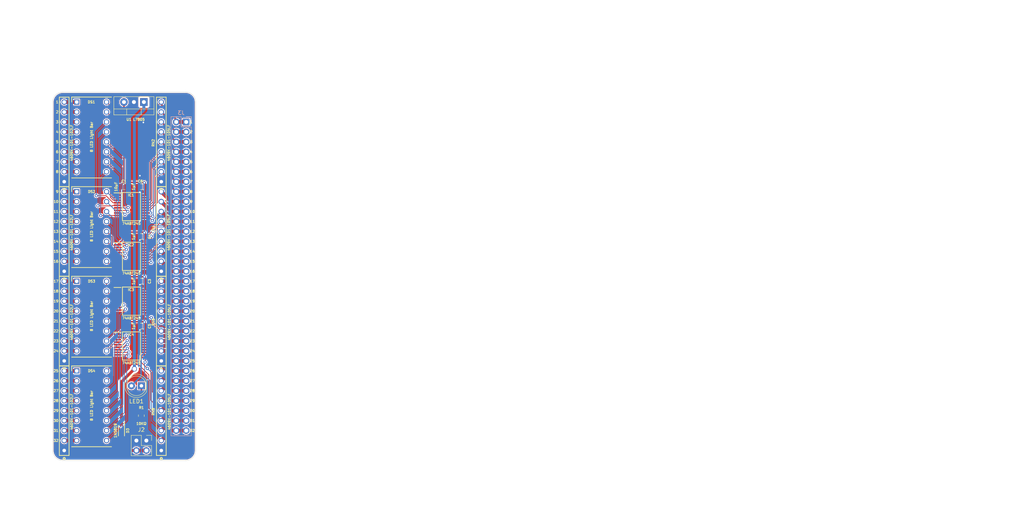
<source format=kicad_pcb>
(kicad_pcb (version 20221018) (generator pcbnew)
  (title_block (title "Signal Tester Right") (date "2024-01-28") (rev "V0"))
  (layers (0 "F.Cu" signal) (31 "B.Cu" signal) (36 "B.SilkS" user "B.Silkscreen") (37 "F.SilkS" user "F.Silkscreen") (38 "B.Mask" user) (39 "F.Mask" user) (44 "Edge.Cuts" user))
  (net 0 "")
  (net 1 "/5V")
  (net 2 "/GND")
  (net 3 "Net-(LED1-K)")
  (net 4 "Net-(DS1-ANODE_A)")
  (net 5 "Net-(DS1-ANODE_B)")
  (net 6 "Net-(DS1-ANODE_C)")
  (net 7 "Net-(DS1-ANODE_D)")
  (net 8 "Net-(DS1-ANODE_E)")
  (net 9 "Net-(DS1-ANODE_F)")
  (net 10 "Net-(DS1-ANODE_G)")
  (net 11 "Net-(DS1-ANODE_H)")
  (net 12 "Net-(DS1-CATHODE_H)")
  (net 13 "Net-(DS1-CATHODE_G)")
  (net 14 "Net-(DS1-CATHODE_F)")
  (net 15 "Net-(DS1-CATHODE_E)")
  (net 16 "Net-(DS1-CATHODE_D)")
  (net 17 "Net-(DS1-CATHODE_C)")
  (net 18 "Net-(DS1-CATHODE_B)")
  (net 19 "Net-(DS1-CATHODE_A)")
  (net 20 "Net-(DS2-ANODE_A)")
  (net 21 "Net-(DS2-ANODE_B)")
  (net 22 "Net-(DS2-ANODE_C)")
  (net 23 "Net-(DS2-ANODE_D)")
  (net 24 "Net-(DS2-ANODE_E)")
  (net 25 "Net-(DS2-ANODE_F)")
  (net 26 "Net-(DS2-ANODE_G)")
  (net 27 "Net-(DS2-ANODE_H)")
  (net 28 "Net-(DS2-CATHODE_H)")
  (net 29 "Net-(DS2-CATHODE_G)")
  (net 30 "Net-(DS2-CATHODE_F)")
  (net 31 "Net-(DS2-CATHODE_E)")
  (net 32 "Net-(DS2-CATHODE_D)")
  (net 33 "Net-(DS2-CATHODE_C)")
  (net 34 "Net-(DS2-CATHODE_B)")
  (net 35 "Net-(DS2-CATHODE_A)")
  (net 36 "Net-(DS3-ANODE_A)")
  (net 37 "Net-(DS3-ANODE_B)")
  (net 38 "Net-(DS3-ANODE_C)")
  (net 39 "Net-(DS3-ANODE_D)")
  (net 40 "Net-(DS3-ANODE_E)")
  (net 41 "Net-(DS3-ANODE_F)")
  (net 42 "Net-(DS3-ANODE_G)")
  (net 43 "Net-(DS3-ANODE_H)")
  (net 44 "Net-(DS3-CATHODE_H)")
  (net 45 "Net-(DS3-CATHODE_G)")
  (net 46 "Net-(DS3-CATHODE_F)")
  (net 47 "Net-(DS3-CATHODE_E)")
  (net 48 "Net-(DS3-CATHODE_D)")
  (net 49 "Net-(DS3-CATHODE_C)")
  (net 50 "Net-(DS3-CATHODE_B)")
  (net 51 "Net-(DS3-CATHODE_A)")
  (net 52 "Net-(DS4-ANODE_A)")
  (net 53 "Net-(DS4-ANODE_B)")
  (net 54 "Net-(DS4-ANODE_C)")
  (net 55 "Net-(DS4-ANODE_D)")
  (net 56 "Net-(DS4-ANODE_E)")
  (net 57 "Net-(DS4-ANODE_F)")
  (net 58 "Net-(DS4-ANODE_G)")
  (net 59 "Net-(DS4-ANODE_H)")
  (net 60 "Net-(DS4-CATHODE_H)")
  (net 61 "Net-(DS4-CATHODE_G)")
  (net 62 "Net-(DS4-CATHODE_F)")
  (net 63 "Net-(DS4-CATHODE_E)")
  (net 64 "Net-(DS4-CATHODE_D)")
  (net 65 "Net-(DS4-CATHODE_C)")
  (net 66 "Net-(DS4-CATHODE_B)")
  (net 67 "Net-(DS4-CATHODE_A)")
  (net 68 "/D0")
  (net 69 "/D1")
  (net 70 "/D2")
  (net 71 "/D3")
  (net 72 "/D4")
  (net 73 "/D5")
  (net 74 "/D6")
  (net 75 "/D7")
  (net 76 "/D8")
  (net 77 "/D9")
  (net 78 "/D10")
  (net 79 "/D11")
  (net 80 "/D12")
  (net 81 "/D13")
  (net 82 "/D14")
  (net 83 "/D15")
  (net 84 "/D16")
  (net 85 "/D17")
  (net 86 "/D18")
  (net 87 "/D19")
  (net 88 "/D20")
  (net 89 "/D21")
  (net 90 "/D22")
  (net 91 "/D23")
  (net 92 "/D24")
  (net 93 "/D25")
  (net 94 "/D26")
  (net 95 "/D27")
  (net 96 "/D28")
  (net 97 "/D29")
  (net 98 "/D30")
  (net 99 "/D31")
  (net 100 "Net-(J2-Pin_3)")
  (net 101 "/12V Forward")
  (footprint "SamacSys_Parts:SOP65P780X200-20N" (layer "F.Cu") (at 47.625 87.63)
    (fp_text reference "IC2")
    (fp_text value "SN74ABT245BDBR" hide)
  )
  (footprint "SamacSys_Parts:R_0805" (layer "F.Cu") (at 50.165 128.27)
    (fp_text reference "R1")
    (fp_text value "10KΩ")
  )
  (footprint "SamacSys_Parts:C_0805" (layer "F.Cu") (at 50.165 105.41 -90)
    (fp_text reference "C5")
    (fp_text value "1μF")
  )
  (footprint "SamacSys_Parts:DIP8LEDBAR" (layer "F.Cu") (at 33.655 71.12)
    (fp_text reference "DS2")
    (fp_text value "8 LED Light Bar")
  )
  (footprint "SamacSys_Parts:TO-220-3_Vertical" (layer "F.Cu") (at 50.8 48.26 180)
    (fp_text reference "U1")
    (fp_text value "L7805")
  )
  (footprint "SamacSys_Parts:4609X" (layer "F.Cu") (at 55.245 127 90)
    (fp_text reference "RN8")
    (fp_text value "4609X-101-105LF")
  )
  (footprint "SamacSys_Parts:SOP65P780X200-20N" (layer "F.Cu") (at 47.625 74.93)
    (fp_text reference "IC1")
    (fp_text value "SN74ABT245BDBR" hide)
  )
  (footprint "SamacSys_Parts:4609X" (layer "F.Cu") (at 30.48 104.14 90)
    (fp_text reference "RN5" hide)
    (fp_text value "4609X-101-102LF")
  )
  (footprint "SamacSys_Parts:SOD3716X145N" (layer "F.Cu") (at 45.085 132.08 -90)
    (fp_text reference "D3")
    (fp_text value "1N5819HW-7-F" hide)
  )
  (footprint "SamacSys_Parts:4609X" (layer "F.Cu") (at 30.48 58.42 90)
    (fp_text reference "RN1" hide)
    (fp_text value "4609X-101-102LF")
  )
  (footprint "SamacSys_Parts:DIP8LEDBAR" (layer "F.Cu") (at 33.655 93.98)
    (fp_text reference "DS3")
    (fp_text value "8 LED Light Bar")
  )
  (footprint "SamacSys_Parts:C_0805" (layer "F.Cu") (at 50.165 69.85 -90)
    (fp_text reference "C6")
    (fp_text value "1μF")
  )
  (footprint "Connector_PinSocket_2.54mm:PinSocket_2x02_P2.54mm_Vertical" (layer "F.Cu") (at 51.435 134.62)
    (fp_text reference "J2")
    (fp_text value "Conn_02x02_Odd_Even")
  )
  (footprint "SamacSys_Parts:SOP65P780X200-20N" (layer "F.Cu") (at 47.625 99.06)
    (fp_text reference "IC3")
    (fp_text value "SN74ABT245BDBR" hide)
  )
  (footprint "SamacSys_Parts:SOP65P780X200-20N" (layer "F.Cu") (at 47.625 110.49)
    (fp_text reference "IC4")
    (fp_text value "SN74ABT245BDBR" hide)
  )
  (footprint "SamacSys_Parts:C_0805" (layer "F.Cu") (at 50.165 93.98 -90)
    (fp_text reference "C3")
    (fp_text value "1μF")
  )
  (footprint "SamacSys_Parts:DIP8LEDBAR" (layer "F.Cu") (at 33.655 116.84)
    (fp_text reference "DS4")
    (fp_text value "8 LED Light Bar")
  )
  (footprint "SamacSys_Parts:C_0805" (layer "F.Cu") (at 50.165 82.55 -90)
    (fp_text reference "C4")
    (fp_text value "1μF")
  )
  (footprint "SamacSys_Parts:DIP8LEDBAR" (layer "F.Cu") (at 33.655 48.26)
    (fp_text reference "DS1")
    (fp_text value "8 LED Light Bar")
  )
  (footprint "SamacSys_Parts:4609X" (layer "F.Cu") (at 55.245 81.28 90)
    (fp_text reference "RN4")
    (fp_text value "4609X-101-105LF")
  )
  (footprint "SamacSys_Parts:4609X" (layer "F.Cu") (at 55.245 58.42 90)
    (fp_text reference "RN2")
    (fp_text value "4609X-101-105LF")
  )
  (footprint "LED_THT:LED_D5.0mm" (layer "F.Cu") (at 50.17 120.65 180)
    (fp_text reference "LED1")
    (fp_text value "LED_Small_Filled")
  )
  (footprint "SamacSys_Parts:4609X" (layer "F.Cu") (at 30.48 81.28 90)
    (fp_text reference "RN3" hide)
    (fp_text value "4609X-101-102LF")
  )
  (footprint "SamacSys_Parts:4609X" (layer "F.Cu") (at 30.48 127 90)
    (fp_text reference "RN7" hide)
    (fp_text value "4609X-101-102LF")
  )
  (footprint "SamacSys_Parts:4609X" (layer "F.Cu") (at 55.245 104.139999 90)
    (fp_text reference "RN6")
    (fp_text value "4609X-101-105LF")
  )
  (footprint "SamacSys_Parts:C_0805" (layer "F.Cu") (at 45.72 69.85 -90)
    (fp_text reference "C1")
    (fp_text value "10µF")
  )
  (footprint "Connector_PinHeader_2.54mm:PinHeader_2x32_P2.54mm_Vertical" (layer "B.Cu") (at 61.595 53.34 180)
    (fp_text reference "J3")
    (fp_text value "Conn_02x32_Odd_Even")
  )
  (gr_arc (start 30.099 139.7) (mid 28.302949 138.956051) (end 27.559 137.16) (stroke (width 0.1)) (layer "Edge.Cuts"))
  (gr_arc (start 64.008 137.16) (mid 63.264054 138.956069) (end 61.468 139.7) (stroke (width 0.1)) (layer "Edge.Cuts"))
  (gr_arc (start 61.468 45.72) (mid 63.26402 46.463966) (end 64.008 48.26) (stroke (width 0.1)) (layer "Edge.Cuts"))
  (gr_arc (start 27.559 48.26) (mid 28.302949 46.463949) (end 30.099 45.72) (stroke (width 0.1)) (layer "Edge.Cuts"))
  (gr_line (start 61.468 45.72) (end 30.099 45.72) (stroke (width 0.1)) (layer "Edge.Cuts"))
  (gr_line (start 27.559 48.26) (end 27.559 137.16) (stroke (width 0.1)) (layer "Edge.Cuts"))
  (gr_line (start 61.468 139.7) (end 30.099 139.7) (stroke (width 0.1)) (layer "Edge.Cuts"))
  (gr_line (start 64.008 48.26) (end 64.008 137.16) (stroke (width 0.1)) (layer "Edge.Cuts"))
  (gr_text "24" (at 62.484 111.76) (layer "F.SilkS") (effects (font (size 0.635 0.635)) (justify left)))
  (gr_text "17" (at 29.083 93.98) (layer "F.SilkS") (effects (font (size 0.635 0.635)) (justify right)))
  (gr_text "20" (at 62.484 101.6) (layer "F.SilkS") (effects (font (size 0.635 0.635)) (justify left)))
  (gr_text "1" (at 62.484 53.34) (layer "F.SilkS") (effects (font (size 0.635 0.635)) (justify left)))
  (gr_text "8" (at 62.484 71.12) (layer "F.SilkS") (effects (font (size 0.635 0.635)) (justify left)))
  (gr_text "15" (at 29.083 86.36) (layer "F.SilkS") (effects (font (size 0.635 0.635)) (justify right)))
  (gr_text "16" (at 62.484 91.44) (layer "F.SilkS") (effects (font (size 0.635 0.635)) (justify left)))
  (gr_text "3" (at 62.484 58.42) (layer "F.SilkS") (effects (font (size 0.635 0.635)) (justify left)))
  (gr_text "32" (at 62.484 132.08) (layer "F.SilkS") (effects (font (size 0.635 0.635)) (justify left)))
  (gr_text "21" (at 62.484 104.14) (layer "F.SilkS") (effects (font (size 0.635 0.635)) (justify left)))
  (gr_text "7" (at 29.083 63.5) (layer "F.SilkS") (effects (font (size 0.635 0.635)) (justify right)))
  (gr_text "31" (at 29.083 132.08) (layer "F.SilkS") (effects (font (size 0.635 0.635)) (justify right)))
  (gr_text "24" (at 29.083 111.76) (layer "F.SilkS") (effects (font (size 0.635 0.635)) (justify right)))
  (gr_text "11" (at 62.484 78.74) (layer "F.SilkS") (effects (font (size 0.635 0.635)) (justify left)))
  (gr_text "2" (at 62.484 55.88) (layer "F.SilkS") (effects (font (size 0.635 0.635)) (justify left)))
  (gr_text "26" (at 29.083 119.38) (layer "F.SilkS") (effects (font (size 0.635 0.635)) (justify right)))
  (gr_text "15" (at 62.484 88.9) (layer "F.SilkS") (effects (font (size 0.635 0.635)) (justify left)))
  (gr_text "12" (at 62.484 81.28) (layer "F.SilkS") (effects (font (size 0.635 0.635)) (justify left)))
  (gr_text "23" (at 29.083 109.22) (layer "F.SilkS") (effects (font (size 0.635 0.635)) (justify right)))
  (gr_text "25" (at 29.083 116.84) (layer "F.SilkS") (effects (font (size 0.635 0.635)) (justify right)))
  (gr_text "10" (at 62.484 76.2) (layer "F.SilkS") (effects (font (size 0.635 0.635)) (justify left)))
  (gr_text "16" (at 29.083 88.9) (layer "F.SilkS") (effects (font (size 0.635 0.635)) (justify right)))
  (gr_text "10" (at 29.083 73.66) (layer "F.SilkS") (effects (font (size 0.635 0.635)) (justify right)))
  (gr_text "13" (at 29.083 81.28) (layer "F.SilkS") (effects (font (size 0.635 0.635)) (justify right)))
  (gr_text "9" (at 29.083 71.12) (layer "F.SilkS") (effects (font (size 0.635 0.635)) (justify right)))
  (gr_text "1" (at 29.083 48.26) (layer "F.SilkS") (effects (font (size 0.635 0.635)) (justify right)))
  (gr_text "13" (at 62.484 83.82) (layer "F.SilkS") (effects (font (size 0.635 0.635)) (justify left)))
  (gr_text "21" (at 29.083 104.14) (layer "F.SilkS") (effects (font (size 0.635 0.635)) (justify right)))
  (gr_text "23" (at 62.484 109.22) (layer "F.SilkS") (effects (font (size 0.635 0.635)) (justify left)))
  (gr_text "28" (at 29.083 124.46) (layer "F.SilkS") (effects (font (size 0.635 0.635)) (justify right)))
  (gr_text "2" (at 29.083 50.8) (layer "F.SilkS") (effects (font (size 0.635 0.635)) (justify right)))
  (gr_text "7" (at 62.484 68.58) (layer "F.SilkS") (effects (font (size 0.635 0.635)) (justify left)))
  (gr_text "22" (at 29.083 106.68) (layer "F.SilkS") (effects (font (size 0.635 0.635)) (justify right)))
  (gr_text "9" (at 62.484 73.66) (layer "F.SilkS") (effects (font (size 0.635 0.635)) (justify left)))
  (gr_text "14" (at 62.484 86.36) (layer "F.SilkS") (effects (font (size 0.635 0.635)) (justify left)))
  (gr_text "27" (at 62.484 119.38) (layer "F.SilkS") (effects (font (size 0.635 0.635)) (justify left)))
  (gr_text "4" (at 29.083 55.88) (layer "F.SilkS") (effects (font (size 0.635 0.635)) (justify right)))
  (gr_text "32" (at 29.083 134.62) (layer "F.SilkS") (effects (font (size 0.635 0.635)) (justify right)))
  (gr_text "26" (at 62.484 116.84) (layer "F.SilkS") (effects (font (size 0.635 0.635)) (justify left)))
  (gr_text "14" (at 29.083 83.82) (layer "F.SilkS") (effects (font (size 0.635 0.635)) (justify right)))
  (gr_text "27" (at 29.083 121.92) (layer "F.SilkS") (effects (font (size 0.635 0.635)) (justify right)))
  (gr_text "19" (at 62.484 99.06) (layer "F.SilkS") (effects (font (size 0.635 0.635)) (justify left)))
  (gr_text "30" (at 62.484 127) (layer "F.SilkS") (effects (font (size 0.635 0.635)) (justify left)))
  (gr_text "8" (at 29.083 66.04) (layer "F.SilkS") (effects (font (size 0.635 0.635)) (justify right)))
  (gr_text "18" (at 62.484 96.52) (layer "F.SilkS") (effects (font (size 0.635 0.635)) (justify left)))
  (gr_text "12" (at 29.083 78.74) (layer "F.SilkS") (effects (font (size 0.635 0.635)) (justify right)))
  (gr_text "31" (at 62.484 129.54) (layer "F.SilkS") (effects (font (size 0.635 0.635)) (justify left)))
  (gr_text "4" (at 62.484 60.96) (layer "F.SilkS") (effects (font (size 0.635 0.635)) (justify left)))
  (gr_text "5" (at 62.484 63.5) (layer "F.SilkS") (effects (font (size 0.635 0.635)) (justify left)))
  (gr_text "28" (at 62.484 121.92) (layer "F.SilkS") (effects (font (size 0.635 0.635)) (justify left)))
  (gr_text "5" (at 29.083 58.42) (layer "F.SilkS") (effects (font (size 0.635 0.635)) (justify right)))
  (gr_text "29" (at 62.484 124.46) (layer "F.SilkS") (effects (font (size 0.635 0.635)) (justify left)))
  (gr_text "30" (at 29.083 129.54) (layer "F.SilkS") (effects (font (size 0.635 0.635)) (justify right)))
  (gr_text "17" (at 62.484 93.98) (layer "F.SilkS") (effects (font (size 0.635 0.635)) (justify left)))
  (gr_text "20" (at 29.083 101.6) (layer "F.SilkS") (effects (font (size 0.635 0.635)) (justify right)))
  (gr_text "6" (at 62.484 66.04) (layer "F.SilkS") (effects (font (size 0.635 0.635)) (justify left)))
  (gr_text "6" (at 29.083 60.96) (layer "F.SilkS") (effects (font (size 0.635 0.635)) (justify right)))
  (gr_text "25" (at 62.484 114.3) (layer "F.SilkS") (effects (font (size 0.635 0.635)) (justify left)))
  (gr_text "3" (at 29.083 53.34) (layer "F.SilkS") (effects (font (size 0.635 0.635)) (justify right)))
  (gr_text "18" (at 29.083 96.52) (layer "F.SilkS") (effects (font (size 0.635 0.635)) (justify right)))
  (gr_text "29" (at 29.083 127) (layer "F.SilkS") (effects (font (size 0.635 0.635)) (justify right)))
  (gr_text "19" (at 29.083 99.06) (layer "F.SilkS") (effects (font (size 0.635 0.635)) (justify right)))
  (gr_text "22" (at 62.484 106.68) (layer "F.SilkS") (effects (font (size 0.635 0.635)) (justify left)))
  (gr_text "11" (at 29.083 76.2) (layer "F.SilkS") (effects (font (size 0.635 0.635)) (justify right)))
  (segment (start 44.786 71.294) (end 44.075 72.005) (width 0.38) (layer "F.Cu") (net 1))
  (segment (start 51.111498 81.775996) (end 50.926998 81.591496) (width 0.38) (layer "F.Cu") (net 1))
  (segment (start 51.177 107.565) (end 51.177 105.454) (width 0.38) (layer "F.Cu") (net 1))
  (segment (start 45.72 68.58) (end 45.888 68.748) (width 0.38) (layer "F.Cu") (net 1))
  (segment (start 45.72 48.26) (end 45.72 68.58) (width 0.38) (layer "F.Cu") (net 1))
  (segment (start 45.901 68.735) (end 45.888 68.748) (width 0.38) (layer "F.Cu") (net 1))
  (segment (start 44.786 69.85) (end 44.786 71.294) (width 0.38) (layer "F.Cu") (net 1))
  (segment (start 51.177 96.135) (end 51.177 93.087002) (width 0.38) (layer "F.Cu") (net 1))
  (segment (start 45.888 68.748) (end 45.6565 68.748) (width 0.38) (layer "F.Cu") (net 1))
  (segment (start 50.927008 104.394) (end 50.828008 104.295) (width 0.38) (layer "F.Cu") (net 1))
  (segment (start 50.828014 68.735) (end 45.901 68.735) (width 0.38) (layer "F.Cu") (net 1))
  (segment (start 51.054 68.961) (end 50.927007 68.834007) (width 0.38) (layer "F.Cu") (net 1))
  (segment (start 51.131 69.85) (end 51.131 69.037986) (width 0.38) (layer "F.Cu") (net 1))
  (segment (start 50.926998 92.837) (end 47.373 92.837) (width 0.38) (layer "F.Cu") (net 1))
  (segment (start 51.131 69.037986) (end 50.828014 68.735) (width 0.38) (layer "F.Cu") (net 1))
  (segment (start 51.131 104.597992) (end 50.927008 104.394) (width 0.38) (layer "F.Cu") (net 1))
  (segment (start 47.373 92.837) (end 44.075 96.135) (width 0.38) (layer "F.Cu") (net 1))
  (segment (start 51.175 69.894) (end 51.175 72.005) (width 0.38) (layer "F.Cu") (net 1))
  (segment (start 50.770502 81.435) (end 47.345 81.435) (width 0.38) (layer "F.Cu") (net 1))
  (segment (start 45.6565 68.748) (end 44.786 69.6185) (width 0.38) (layer "F.Cu") (net 1))
  (segment (start 51.131 105.41) (end 51.131 104.597992) (width 0.38) (layer "F.Cu") (net 1))
  (segment (start 51.111498 84.705) (end 51.111498 81.775996) (width 0.38) (layer "F.Cu") (net 1))
  (segment (start 50.926998 81.591496) (end 50.770502 81.435) (width 0.38) (layer "F.Cu") (net 1))
  (segment (start 50.828008 104.295) (end 47.345 104.295) (width 0.38) (layer "F.Cu") (net 1))
  (segment (start 47.345 104.295) (end 44.075 107.565) (width 0.38) (layer "F.Cu") (net 1))
  (segment (start 50.927007 68.834007) (end 50.927007 68.833993) (width 0.38) (layer "F.Cu") (net 1))
  (segment (start 51.177 93.087002) (end 50.926998 92.837) (width 0.38) (layer "F.Cu") (net 1))
  (segment (start 47.345 81.435) (end 44.075 84.705) (width 0.38) (layer "F.Cu") (net 1))
  (via (at 50.927007 68.833993) (size 0.8) (drill 0.4) (layers "F.Cu" "B.Cu") (net 1))
  (via (at 50.927008 104.394) (size 0.8) (drill 0.4) (layers "F.Cu" "B.Cu") (net 1))
  (via (at 50.926998 92.837) (size 0.8) (drill 0.4) (layers "F.Cu" "B.Cu") (net 1))
  (via (at 50.926998 81.591496) (size 0.8) (drill 0.4) (layers "F.Cu" "B.Cu") (net 1))
  (segment (start 50.927 112.268) (end 50.085 113.11) (width 0.38) (layer "B.Cu") (net 1))
  (segment (start 50.085 113.11) (end 50.085 118.195) (width 0.38) (layer "B.Cu") (net 1))
  (segment (start 50.926998 68.834002) (end 50.927007 68.833993) (width 0.38) (layer "B.Cu") (net 1))
  (segment (start 50.927008 104.394) (end 50.927 104.394008) (width 0.38) (layer "B.Cu") (net 1))
  (segment (start 50.927 104.394008) (end 50.927 112.268) (width 0.38) (layer "B.Cu") (net 1))
  (segment (start 50.926998 81.591496) (end 50.926998 68.834002) (width 0.38) (layer "B.Cu") (net 1))
  (segment (start 50.926998 104.39399) (end 50.927008 104.394) (width 0.38) (layer "B.Cu") (net 1))
  (segment (start 50.926998 92.837) (end 50.926998 81.591496) (width 0.38) (layer "B.Cu") (net 1))
  (segment (start 50.085 118.195) (end 47.63 120.65) (width 0.38) (layer "B.Cu") (net 1))
  (segment (start 50.926998 92.837) (end 50.926998 104.39399) (width 0.38) (layer "B.Cu") (net 1))
  (segment (start 44.075 113.415) (end 44.579 113.919) (width 0.38) (layer "F.Cu") (net 2))
  (segment (start 49.231 108.204) (end 49.231 106.982) (width 0.38) (layer "F.Cu") (net 2))
  (segment (start 49.231 105.87) (end 49.787 106.426) (width 0.38) (layer "F.Cu") (net 2))
  (segment (start 49.231 72.644) (end 49.231 77.134) (width 0.38) (layer "F.Cu") (net 2))
  (segment (start 49.231 72.644) (end 49.231 71.803) (width 0.38) (layer "F.Cu") (net 2))
  (segment (start 49.242 108.215) (end 49.231 108.204) (width 0.38) (layer "F.Cu") (net 2))
  (segment (start 51.175 108.215) (end 49.242 108.215) (width 0.38) (layer "F.Cu") (net 2))
  (segment (start 49.231 89.453) (end 48.129 90.555) (width 0.38) (layer "F.Cu") (net 2))
  (segment (start 48.129 90.555) (end 44.075 90.555) (width 0.38) (layer "F.Cu") (net 2))
  (segment (start 49.231 106.982) (end 49.787 106.426) (width 0.38) (layer "F.Cu") (net 2))
  (segment (start 49.014 91.44) (end 49.787 91.44) (width 0.38) (layer "F.Cu") (net 2))
  (segment (start 51.175 72.655) (end 49.242 72.655) (width 0.38) (layer "F.Cu") (net 2))
  (segment (start 50.673 53.467) (end 50.673 53.466994) (width 0.38) (layer "F.Cu") (net 2))
  (segment (start 48.002 101.985) (end 49.268 103.251) (width 0.38) (layer "F.Cu") (net 2))
  (segment (start 48.002 101.985) (end 44.075 101.985) (width 0.38) (layer "F.Cu") (net 2))
  (segment (start 51.175 85.355) (end 49.242 85.355) (width 0.38) (layer "F.Cu") (net 2))
  (segment (start 49.268009 78.613009) (end 49.787 78.613009) (width 0.38) (layer "F.Cu") (net 2))
  (segment (start 49.231 95.425) (end 49.787 94.869) (width 0.38) (layer "F.Cu") (net 2))
  (segment (start 47.388822 113.919) (end 47.48925 113.818572) (width 0.38) (layer "F.Cu") (net 2))
  (segment (start 44.579 113.919) (end 47.388822 113.919) (width 0.38) (layer "F.Cu") (net 2))
  (segment (start 49.231 69.85) (end 49.231 70.691) (width 0.38) (layer "F.Cu") (net 2))
  (segment (start 49.231 100.756) (end 48.002 101.985) (width 0.38) (layer "F.Cu") (net 2))
  (segment (start 47.966195 113.355801) (end 47.966195 113.341627) (width 0.38) (layer "F.Cu") (net 2))
  (segment (start 48.129 90.555) (end 49.014 91.44) (width 0.38) (layer "F.Cu") (net 2))
  (segment (start 48.51 77.855) (end 44.075 77.855) (width 0.38) (layer "F.Cu") (net 2))
  (segment (start 49.268 103.251) (end 49.787 103.251) (width 0.38) (layer "F.Cu") (net 2))
  (segment (start 48.26 48.26) (end 48.26 53.467) (width 0.38) (layer "F.Cu") (net 2))
  (segment (start 47.503424 113.818572) (end 47.966195 113.355801) (width 0.38) (layer "F.Cu") (net 2))
  (segment (start 49.242 85.355) (end 49.231 85.344) (width 0.38) (layer "F.Cu") (net 2))
  (segment (start 49.231 85.344) (end 49.231 89.453) (width 0.38) (layer "F.Cu") (net 2))
  (segment (start 48.26 53.467) (end 50.673 53.467) (width 0.38) (layer "F.Cu") (net 2))
  (segment (start 49.231 69.85) (end 46.686 69.85) (width 0.38) (layer "F.Cu") (net 2))
  (segment (start 47.966195 113.341627) (end 49.231 112.076822) (width 0.38) (layer "F.Cu") (net 2))
  (segment (start 51.175 96.785) (end 49.242 96.785) (width 0.38) (layer "F.Cu") (net 2))
  (segment (start 49.231 96.774) (end 49.231 95.425) (width 0.38) (layer "F.Cu") (net 2))
  (segment (start 49.231 96.774) (end 49.231 100.756) (width 0.38) (layer "F.Cu") (net 2))
  (segment (start 49.231 77.134) (end 48.51 77.855) (width 0.38) (layer "F.Cu") (net 2))
  (segment (start 49.242 72.655) (end 49.231 72.644) (width 0.38) (layer "F.Cu") (net 2))
  (segment (start 49.231 85.344) (end 49.231 84.033421) (width 0.38) (layer "F.Cu") (net 2))
  (segment (start 49.231 82.921421) (end 49.787 83.477421) (width 0.38) (layer "F.Cu") (net 2))
  (segment (start 49.231 94.313) (end 49.787 94.869) (width 0.38) (layer "F.Cu") (net 2))
  (segment (start 49.231 112.076822) (end 49.231 108.204) (width 0.38) (layer "F.Cu") (net 2))
  (segment (start 49.231 71.803) (end 49.787 71.247) (width 0.38) (layer "F.Cu") (net 2))
  (segment (start 47.48925 113.818572) (end 47.503424 113.818572) (width 0.38) (layer "F.Cu") (net 2))
  (segment (start 48.51 77.855) (end 49.268009 78.613009) (width 0.38) (layer "F.Cu") (net 2))
  (segment (start 48.26 53.467) (end 48.26 65.517053) (width 0.38) (layer "F.Cu") (net 2))
  (segment (start 49.231 70.691) (end 49.787 71.247) (width 0.38) (layer "F.Cu") (net 2))
  (segment (start 49.242 96.785) (end 49.231 96.774) (width 0.38) (layer "F.Cu") (net 2))
  (segment (start 51.435 134.62) (end 48.895 134.62) (width 1) (layer "F.Cu") (net 2))
  (segment (start 49.231 84.033421) (end 49.787 83.477421) (width 0.38) (layer "F.Cu") (net 2))
  (segment (start 48.26 65.517053) (end 49.787 67.044053) (width 0.38) (layer "F.Cu") (net 2))
  (via (at 49.787 94.869) (size 0.8) (drill 0.4) (layers "F.Cu" "B.Cu") (net 2))
  (via (at 49.787 91.44) (size 0.8) (drill 0.4) (layers "F.Cu" "B.Cu") (net 2))
  (via (at 49.787 106.426) (size 0.8) (drill 0.4) (layers "F.Cu" "B.Cu") (net 2))
  (via (at 49.787 67.044053) (size 0.8) (drill 0.4) (layers "F.Cu" "B.Cu") (net 2))
  (via (at 49.787 83.477421) (size 0.8) (drill 0.4) (layers "F.Cu" "B.Cu") (net 2))
  (via (at 49.787 78.613009) (size 0.8) (drill 0.4) (layers "F.Cu" "B.Cu") (net 2))
  (via (at 50.673 53.466994) (size 0.8) (drill 0.4) (layers "F.Cu" "B.Cu") (net 2))
  (via (at 49.787 71.247) (size 0.8) (drill 0.4) (layers "F.Cu" "B.Cu") (net 2))
  (via (at 49.787 103.251) (size 0.8) (drill 0.4) (layers "F.Cu" "B.Cu") (net 2))
  (segment (start 49.577 67.254053) (end 49.787 67.044053) (width 0.38) (layer "B.Cu") (net 2))
  (segment (start 49.577 71.037) (end 49.577 67.254053) (width 0.38) (layer "B.Cu") (net 2))
  (segment (start 55.245 91.44) (end 57.404 89.281) (width 0.38) (layer "B.Cu") (net 2))
  (segment (start 49.787 106.426) (end 49.577 106.216) (width 0.38) (layer "B.Cu") (net 2))
  (segment (start 56.735 92.93) (end 55.245 91.44) (width 0.38) (layer "B.Cu") (net 2))
  (segment (start 49.787 103.251) (end 49.577 103.041) (width 0.38) (layer "B.Cu") (net 2))
  (segment (start 57.404 89.281) (end 57.404 70.739) (width 0.38) (layer "B.Cu") (net 2))
  (segment (start 49.577 78.823009) (end 49.787 78.613009) (width 0.38) (layer "B.Cu") (net 2))
  (segment (start 49.577 94.659) (end 49.577 91.65) (width 0.38) (layer "B.Cu") (net 2))
  (segment (start 55.245 114.299999) (end 56.735 112.809999) (width 0.38) (layer "B.Cu") (net 2))
  (segment (start 56.335 57.968507) (end 55.389493 57.023) (width 0.38) (layer "B.Cu") (net 2))
  (segment (start 49.577 103.461) (end 49.787 103.251) (width 0.38) (layer "B.Cu") (net 2))
  (segment (start 54.229006 57.023) (end 50.673 53.466994) (width 0.38) (layer "B.Cu") (net 2))
  (segment (start 56.735 112.809999) (end 56.735 92.93) (width 0.38) (layer "B.Cu") (net 2))
  (segment (start 49.577 106.216) (end 49.577 103.461) (width 0.38) (layer "B.Cu") (net 2))
  (segment (start 57.404 70.739) (end 55.245 68.58) (width 0.38) (layer "B.Cu") (net 2))
  (segment (start 49.787 71.247) (end 49.577 71.037) (width 0.38) (layer "B.Cu") (net 2))
  (segment (start 49.577 95.079) (end 49.787 94.869) (width 0.38) (layer "B.Cu") (net 2))
  (segment (start 55.245 68.58) (end 56.335 67.49) (width 0.38) (layer "B.Cu") (net 2))
  (segment (start 56.335 67.49) (end 56.335 57.968507) (width 0.38) (layer "B.Cu") (net 2))
  (segment (start 49.787 83.477421) (end 49.577 83.267421) (width 0.38) (layer "B.Cu") (net 2))
  (segment (start 49.787 94.869) (end 49.577 94.659) (width 0.38) (layer "B.Cu") (net 2))
  (segment (start 49.577 91.65) (end 49.787 91.44) (width 0.38) (layer "B.Cu") (net 2))
  (segment (start 49.577 103.041) (end 49.577 95.079) (width 0.38) (layer "B.Cu") (net 2))
  (segment (start 55.389493 57.023) (end 54.229006 57.023) (width 0.38) (layer "B.Cu") (net 2))
  (segment (start 49.577 83.267421) (end 49.577 78.823009) (width 0.38) (layer "B.Cu") (net 2))
  (segment (start 50.17 127.3425) (end 50.17 120.65) (width 0.38) (layer "F.Cu") (net 3))
  (segment (start 30.48 48.26) (end 33.655 48.26) (width 1) (layer "F.Cu") (net 4))
  (segment (start 30.48 50.8) (end 33.655 50.8) (width 1) (layer "F.Cu") (net 5))
  (segment (start 33.655 53.34) (end 30.48 53.34) (width 1) (layer "F.Cu") (net 6))
  (segment (start 30.48 55.88) (end 33.655 55.88) (width 1) (layer "F.Cu") (net 7))
  (segment (start 33.655 58.42) (end 30.48 58.42) (width 1) (layer "F.Cu") (net 8))
  (segment (start 30.48 60.96) (end 33.655 60.96) (width 1) (layer "F.Cu") (net 9))
  (segment (start 33.655 63.5) (end 30.48 63.5) (width 1) (layer "F.Cu") (net 10))
  (segment (start 33.655 66.04) (end 30.48 66.04) (width 1) (layer "F.Cu") (net 11))
  (segment (start 44.075 77.205) (end 39.7874 77.205) (width 0.2) (layer "F.Cu") (net 12))
  (segment (start 39.7874 77.205) (end 39.7764 77.216) (width 0.2) (layer "F.Cu") (net 12))
  (via (at 39.7764 77.216) (size 0.8) (drill 0.4) (layers "F.Cu" "B.Cu") (net 12))
  (segment (start 39.7764 77.216) (end 39.7764 67.5386) (width 0.2) (layer "B.Cu") (net 12))
  (segment (start 39.7764 67.5386) (end 41.275 66.04) (width 0.2) (layer "B.Cu") (net 12))
  (segment (start 45.6178 76.555) (end 45.974 76.9112) (width 0.2) (layer "F.Cu") (net 13))
  (segment (start 44.075 76.555) (end 45.6178 76.555) (width 0.2) (layer "F.Cu") (net 13))
  (via (at 45.974 76.9112) (size 0.8) (drill 0.4) (layers "F.Cu" "B.Cu") (net 13))
  (segment (start 44.92 67.145) (end 41.275 63.5) (width 0.2) (layer "B.Cu") (net 13))
  (segment (start 44.92 75.8572) (end 44.92 67.145) (width 0.2) (layer "B.Cu") (net 13))
  (segment (start 45.974 76.9112) (end 44.92 75.8572) (width 0.2) (layer "B.Cu") (net 13))
  (segment (start 44.075 75.905) (end 46.3902 75.905) (width 0.2) (layer "F.Cu") (net 14))
  (segment (start 46.3902 75.905) (end 46.6852 76.2) (width 0.2) (layer "F.Cu") (net 14))
  (via (at 46.6852 76.2) (size 0.8) (drill 0.4) (layers "F.Cu" "B.Cu") (net 14))
  (segment (start 45.3708 74.8856) (end 46.6852 76.2) (width 0.2) (layer "B.Cu") (net 14))
  (segment (start 45.3708 65.0558) (end 45.3708 74.8856) (width 0.2) (layer "B.Cu") (net 14))
  (segment (start 41.275 60.96) (end 45.3708 65.0558) (width 0.2) (layer "B.Cu") (net 14))
  (segment (start 46.7158 75.255) (end 46.7868 75.184) (width 0.2) (layer "F.Cu") (net 15))
  (segment (start 44.075 75.255) (end 46.7158 75.255) (width 0.2) (layer "F.Cu") (net 15))
  (via (at 46.7868 75.184) (size 0.8) (drill 0.4) (layers "F.Cu" "B.Cu") (net 15))
  (segment (start 45.8216 62.9666) (end 45.8216 74.2188) (width 0.2) (layer "B.Cu") (net 15))
  (segment (start 41.275 58.42) (end 45.8216 62.9666) (width 0.2) (layer "B.Cu") (net 15))
  (segment (start 45.8216 74.2188) (end 46.7868 75.184) (width 0.2) (layer "B.Cu") (net 15))
  (segment (start 44.075 74.605) (end 42.975 74.605) (width 0.2) (layer "F.Cu") (net 16))
  (segment (start 42.975 74.605) (end 42.844295 74.735705) (width 0.2) (layer "F.Cu") (net 16))
  (segment (start 42.844295 74.735705) (end 39.0764 74.735705) (width 0.2) (layer "F.Cu") (net 16))
  (via (at 39.0764 74.735705) (size 0.8) (drill 0.4) (layers "F.Cu" "B.Cu") (net 16))
  (segment (start 39.3764 74.435705) (end 39.0764 74.735705) (width 0.2) (layer "B.Cu") (net 16))
  (segment (start 41.275 55.88) (end 39.3764 57.7786) (width 0.2) (layer "B.Cu") (net 16))
  (segment (start 39.3764 57.7786) (end 39.3764 74.435705) (width 0.2) (layer "B.Cu") (net 16))
  (segment (start 41.139965 72.146106) (end 38.6764 72.146106) (width 0.2) (layer "F.Cu") (net 17))
  (segment (start 42.948859 73.955) (end 41.139965 72.146106) (width 0.2) (layer "F.Cu") (net 17))
  (segment (start 44.075 73.955) (end 42.948859 73.955) (width 0.2) (layer "F.Cu") (net 17))
  (via (at 38.6764 72.146106) (size 0.8) (drill 0.4) (layers "F.Cu" "B.Cu") (net 17))
  (segment (start 38.6764 55.9386) (end 38.6764 72.146106) (width 0.2) (layer "B.Cu") (net 17))
  (segment (start 41.275 53.34) (end 38.6764 55.9386) (width 0.2) (layer "B.Cu") (net 17))
  (segment (start 42.25 51.775) (end 42.25 72.58) (width 0.2) (layer "F.Cu") (net 18))
  (segment (start 42.25 72.58) (end 42.975 73.305) (width 0.2) (layer "F.Cu") (net 18))
  (segment (start 42.975 73.305) (end 44.075 73.305) (width 0.2) (layer "F.Cu") (net 18))
  (segment (start 41.275 50.8) (end 42.25 51.775) (width 0.2) (layer "F.Cu") (net 18))
  (segment (start 42.65 72.33) (end 42.65 49.635) (width 0.2) (layer "F.Cu") (net 19))
  (segment (start 42.975 72.655) (end 42.65 72.33) (width 0.2) (layer "F.Cu") (net 19))
  (segment (start 44.075 72.655) (end 42.975 72.655) (width 0.2) (layer "F.Cu") (net 19))
  (segment (start 42.65 49.635) (end 41.275 48.26) (width 0.2) (layer "F.Cu") (net 19))
  (segment (start 30.48 71.12) (end 33.655 71.12) (width 1) (layer "F.Cu") (net 20))
  (segment (start 33.655 73.66) (end 30.48 73.66) (width 1) (layer "F.Cu") (net 21))
  (segment (start 30.48 76.2) (end 33.655 76.2) (width 1) (layer "F.Cu") (net 22))
  (segment (start 30.48 78.74) (end 33.655 78.74) (width 1) (layer "F.Cu") (net 23))
  (segment (start 33.655 81.28) (end 30.48 81.28) (width 1) (layer "F.Cu") (net 24))
  (segment (start 30.48 83.82) (end 33.655 83.82) (width 1) (layer "F.Cu") (net 25))
  (segment (start 33.655 86.36) (end 30.48 86.36) (width 1) (layer "F.Cu") (net 26))
  (segment (start 30.48 88.9) (end 33.655 88.9) (width 1) (layer "F.Cu") (net 27))
  (segment (start 42.28 89.905) (end 41.275 88.9) (width 0.2) (layer "F.Cu") (net 28))
  (segment (start 44.075 89.905) (end 42.28 89.905) (width 0.2) (layer "F.Cu") (net 28))
  (segment (start 44.075 89.255) (end 43.059315 89.255) (width 0.2) (layer "F.Cu") (net 29))
  (segment (start 43.059315 89.255) (end 41.275 87.470685) (width 0.2) (layer "F.Cu") (net 29))
  (segment (start 41.275 87.470685) (end 41.275 86.36) (width 0.2) (layer "F.Cu") (net 29))
  (segment (start 42.25 84.795) (end 41.275 83.82) (width 0.2) (layer "F.Cu") (net 30))
  (segment (start 42.975 88.605) (end 42.25 87.88) (width 0.2) (layer "F.Cu") (net 30))
  (segment (start 42.25 87.88) (end 42.25 84.795) (width 0.2) (layer "F.Cu") (net 30))
  (segment (start 44.075 88.605) (end 42.975 88.605) (width 0.2) (layer "F.Cu") (net 30))
  (segment (start 42.975 87.955) (end 42.65 87.63) (width 0.2) (layer "F.Cu") (net 31))
  (segment (start 44.075 87.955) (end 42.975 87.955) (width 0.2) (layer "F.Cu") (net 31))
  (segment (start 42.65 82.655) (end 41.275 81.28) (width 0.2) (layer "F.Cu") (net 31))
  (segment (start 42.65 87.63) (end 42.65 82.655) (width 0.2) (layer "F.Cu") (net 31))
  (segment (start 44.075 87.305) (end 45.175 87.305) (width 0.2) (layer "F.Cu") (net 32))
  (segment (start 45.754 87.884) (end 46.101 87.884) (width 0.2) (layer "F.Cu") (net 32))
  (segment (start 45.175 87.305) (end 45.754 87.884) (width 0.2) (layer "F.Cu") (net 32))
  (via (at 46.101 87.884) (size 0.8) (drill 0.4) (layers "F.Cu" "B.Cu") (net 32))
  (segment (start 46.086022 87.884) (end 42.799 84.596978) (width 0.2) (layer "B.Cu") (net 32))
  (segment (start 42.799 80.264) (end 41.275 78.74) (width 0.2) (layer "B.Cu") (net 32))
  (segment (start 46.101 87.884) (end 46.086022 87.884) (width 0.2) (layer "B.Cu") (net 32))
  (segment (start 42.799 84.596978) (end 42.799 80.264) (width 0.2) (layer "B.Cu") (net 32))
  (segment (start 44.075 86.655) (end 45.846972 86.655) (width 0.2) (layer "F.Cu") (net 33))
  (segment (start 45.846972 86.655) (end 46.020584 86.828612) (width 0.2) (layer "F.Cu") (net 33))
  (via (at 46.020584 86.828612) (size 0.8) (drill 0.4) (layers "F.Cu" "B.Cu") (net 33))
  (segment (start 43.199 84.007028) (end 46.020584 86.828612) (width 0.2) (layer "B.Cu") (net 33))
  (segment (start 43.199 78.124) (end 43.199 84.007028) (width 0.2) (layer "B.Cu") (net 33))
  (segment (start 41.275 76.2) (end 43.199 78.124) (width 0.2) (layer "B.Cu") (net 33))
  (segment (start 46.231806 86.005) (end 46.351764 85.885042) (width 0.2) (layer "F.Cu") (net 34))
  (segment (start 44.075 86.005) (end 46.231806 86.005) (width 0.2) (layer "F.Cu") (net 34))
  (via (at 46.351764 85.885042) (size 0.8) (drill 0.4) (layers "F.Cu" "B.Cu") (net 34))
  (segment (start 43.599 83.132278) (end 46.351764 85.885042) (width 0.2) (layer "B.Cu") (net 34))
  (segment (start 43.599 75.984) (end 43.599 83.132278) (width 0.2) (layer "B.Cu") (net 34))
  (segment (start 41.275 73.66) (end 43.599 75.984) (width 0.2) (layer "B.Cu") (net 34))
  (segment (start 45.641656 84.888344) (end 46.432989 84.888344) (width 0.2) (layer "F.Cu") (net 35))
  (segment (start 45.175 85.355) (end 45.641656 84.888344) (width 0.2) (layer "F.Cu") (net 35))
  (segment (start 44.075 85.355) (end 45.175 85.355) (width 0.2) (layer "F.Cu") (net 35))
  (via (at 46.432989 84.888344) (size 0.8) (drill 0.4) (layers "F.Cu" "B.Cu") (net 35))
  (segment (start 44.069 73.914) (end 44.069 82.524355) (width 0.2) (layer "B.Cu") (net 35))
  (segment (start 44.069 82.524355) (end 46.432989 84.888344) (width 0.2) (layer "B.Cu") (net 35))
  (segment (start 41.275 71.12) (end 44.069 73.914) (width 0.2) (layer "B.Cu") (net 35))
  (segment (start 33.655 93.98) (end 30.48 93.98) (width 1) (layer "F.Cu") (net 36))
  (segment (start 30.48 96.52) (end 33.655 96.52) (width 1) (layer "F.Cu") (net 37))
  (segment (start 33.655 99.06) (end 30.48 99.06) (width 1) (layer "F.Cu") (net 38))
  (segment (start 30.48 101.6) (end 33.655 101.6) (width 1) (layer "F.Cu") (net 39))
  (segment (start 33.655 104.14) (end 30.48 104.14) (width 1) (layer "F.Cu") (net 40))
  (segment (start 30.48 106.68) (end 33.655 106.68) (width 1) (layer "F.Cu") (net 41))
  (segment (start 33.655 109.22) (end 30.48 109.22) (width 1) (layer "F.Cu") (net 42))
  (segment (start 30.48 111.76) (end 33.655 111.76) (width 1) (layer "F.Cu") (net 43))
  (segment (start 44.075 101.335) (end 45.858 101.335) (width 0.2) (layer "F.Cu") (net 44))
  (segment (start 45.858 101.335) (end 46.101 101.092) (width 0.2) (layer "F.Cu") (net 44))
  (via (at 46.101 101.092) (size 0.8) (drill 0.4) (layers "F.Cu" "B.Cu") (net 44))
  (segment (start 44.577 102.616) (end 46.101 101.092) (width 0.2) (layer "B.Cu") (net 44))
  (segment (start 41.275 111.76) (end 44.577 108.458) (width 0.2) (layer "B.Cu") (net 44))
  (segment (start 44.577 108.458) (end 44.577 102.616) (width 0.2) (layer "B.Cu") (net 44))
  (segment (start 44.075 100.685) (end 44.993559 100.685) (width 0.2) (layer "F.Cu") (net 45))
  (segment (start 44.993559 100.685) (end 45.671227 100.007332) (width 0.2) (layer "F.Cu") (net 45))
  (via (at 45.671227 100.007332) (size 0.8) (drill 0.4) (layers "F.Cu" "B.Cu") (net 45))
  (segment (start 44.177 101.501559) (end 45.671227 100.007332) (width 0.2) (layer "B.Cu") (net 45))
  (segment (start 44.177 106.318) (end 44.177 101.501559) (width 0.2) (layer "B.Cu") (net 45))
  (segment (start 41.275 109.22) (end 44.177 106.318) (width 0.2) (layer "B.Cu") (net 45))
  (segment (start 44.075 100.035) (end 42.975 100.035) (width 0.2) (layer "F.Cu") (net 46))
  (segment (start 42.65 100.36) (end 42.65 105.305) (width 0.2) (layer "F.Cu") (net 46))
  (segment (start 42.975 100.035) (end 42.65 100.36) (width 0.2) (layer "F.Cu") (net 46))
  (segment (start 42.65 105.305) (end 41.275 106.68) (width 0.2) (layer "F.Cu") (net 46))
  (segment (start 44.075 99.385) (end 42.975 99.385) (width 0.2) (layer "F.Cu") (net 47))
  (segment (start 42.25 100.11) (end 42.25 103.165) (width 0.2) (layer "F.Cu") (net 47))
  (segment (start 42.975 99.385) (end 42.25 100.11) (width 0.2) (layer "F.Cu") (net 47))
  (segment (start 42.25 103.165) (end 41.275 104.14) (width 0.2) (layer "F.Cu") (net 47))
  (segment (start 44.075 98.735) (end 43.059315 98.735) (width 0.2) (layer "F.Cu") (net 48))
  (segment (start 41.275 100.519315) (end 41.275 101.6) (width 0.2) (layer "F.Cu") (net 48))
  (segment (start 43.059315 98.735) (end 41.275 100.519315) (width 0.2) (layer "F.Cu") (net 48))
  (segment (start 42.25 98.085) (end 41.275 99.06) (width 0.2) (layer "F.Cu") (net 49))
  (segment (start 44.075 98.085) (end 42.25 98.085) (width 0.2) (layer "F.Cu") (net 49))
  (segment (start 44.075 97.435) (end 42.19 97.435) (width 0.2) (layer "F.Cu") (net 50))
  (segment (start 42.19 97.435) (end 41.275 96.52) (width 0.2) (layer "F.Cu") (net 50))
  (segment (start 41.275 93.98) (end 41.275 95.085) (width 0.2) (layer "F.Cu") (net 51))
  (segment (start 41.275 95.085) (end 42.975 96.785) (width 0.2) (layer "F.Cu") (net 51))
  (segment (start 42.975 96.785) (end 44.075 96.785) (width 0.2) (layer "F.Cu") (net 51))
  (segment (start 33.655 116.84) (end 30.48 116.84) (width 1) (layer "F.Cu") (net 52))
  (segment (start 30.48 119.38) (end 33.655 119.38) (width 1) (layer "F.Cu") (net 53))
  (segment (start 33.655 121.92) (end 30.48 121.92) (width 1) (layer "F.Cu") (net 54))
  (segment (start 30.48 124.46) (end 33.655 124.46) (width 1) (layer "F.Cu") (net 55))
  (segment (start 33.655 127) (end 30.48 127) (width 1) (layer "F.Cu") (net 56))
  (segment (start 30.48 129.54) (end 33.655 129.54) (width 1) (layer "F.Cu") (net 57))
  (segment (start 33.655 132.08) (end 30.48 132.08) (width 1) (layer "F.Cu") (net 58))
  (segment (start 30.48 134.62) (end 33.655 134.62) (width 1) (layer "F.Cu") (net 59))
  (segment (start 46.709373 112.765) (end 46.987 113.042627) (width 0.2) (layer "F.Cu") (net 60))
  (segment (start 44.075 112.765) (end 46.709373 112.765) (width 0.2) (layer "F.Cu") (net 60))
  (via (at 46.987 113.042627) (size 0.8) (drill 0.4) (layers "F.Cu" "B.Cu") (net 60))
  (segment (start 41.275 134.62) (end 46.43 129.465) (width 0.2) (layer "B.Cu") (net 60))
  (segment (start 46.43 113.599627) (end 46.987 113.042627) (width 0.2) (layer "B.Cu") (net 60))
  (segment (start 46.43 129.465) (end 46.43 113.599627) (width 0.2) (layer "B.Cu") (net 60))
  (segment (start 44.075 112.115) (end 46.914624 112.115) (width 0.2) (layer "F.Cu") (net 61))
  (segment (start 46.914624 112.115) (end 46.987 112.042624) (width 0.2) (layer "F.Cu") (net 61))
  (via (at 46.987 112.042624) (size 0.8) (drill 0.4) (layers "F.Cu" "B.Cu") (net 61))
  (segment (start 45.847 113.182624) (end 46.987 112.042624) (width 0.2) (layer "B.Cu") (net 61))
  (segment (start 41.275 132.08) (end 45.847 127.508) (width 0.2) (layer "B.Cu") (net 61))
  (segment (start 45.847 127.508) (end 45.847 113.182624) (width 0.2) (layer "B.Cu") (net 61))
  (segment (start 46.257093 111.465) (end 46.602666 111.119427) (width 0.2) (layer "F.Cu") (net 62))
  (segment (start 44.075 111.465) (end 46.257093 111.465) (width 0.2) (layer "F.Cu") (net 62))
  (via (at 46.602666 111.119427) (size 0.8) (drill 0.4) (layers "F.Cu" "B.Cu") (net 62))
  (segment (start 41.275 129.54) (end 45.447 125.368) (width 0.2) (layer "B.Cu") (net 62))
  (segment (start 45.447 112.275093) (end 46.602666 111.119427) (width 0.2) (layer "B.Cu") (net 62))
  (segment (start 45.447 125.368) (end 45.447 112.275093) (width 0.2) (layer "B.Cu") (net 62))
  (segment (start 46.30727 110.110396) (end 46.63314 110.110396) (width 0.2) (layer "F.Cu") (net 63))
  (segment (start 44.075 110.815) (end 45.602666 110.815) (width 0.2) (layer "F.Cu") (net 63))
  (segment (start 45.602666 110.815) (end 46.30727 110.110396) (width 0.2) (layer "F.Cu") (net 63))
  (via (at 46.63314 110.110396) (size 0.8) (drill 0.4) (layers "F.Cu" "B.Cu") (net 63))
  (segment (start 44.747 111.985143) (end 46.621747 110.110396) (width 0.2) (layer "B.Cu") (net 63))
  (segment (start 41.275 127) (end 44.747 123.528) (width 0.2) (layer "B.Cu") (net 63))
  (segment (start 46.621747 110.110396) (end 46.63314 110.110396) (width 0.2) (layer "B.Cu") (net 63))
  (segment (start 44.747 123.528) (end 44.747 111.985143) (width 0.2) (layer "B.Cu") (net 63))
  (segment (start 45.51495 110.165) (end 46.567392 109.112558) (width 0.2) (layer "F.Cu") (net 64))
  (segment (start 44.075 110.165) (end 45.51495 110.165) (width 0.2) (layer "F.Cu") (net 64))
  (via (at 46.567392 109.112558) (size 0.8) (drill 0.4) (layers "F.Cu" "B.Cu") (net 64))
  (segment (start 44.047 111.63295) (end 46.567392 109.112558) (width 0.2) (layer "B.Cu") (net 64))
  (segment (start 41.275 124.46) (end 44.047 121.688) (width 0.2) (layer "B.Cu") (net 64))
  (segment (start 44.047 121.688) (end 44.047 111.63295) (width 0.2) (layer "B.Cu") (net 64))
  (segment (start 46.322718 108.367282) (end 46.322718 107.955873) (width 0.2) (layer "F.Cu") (net 65))
  (segment (start 44.075 109.515) (end 45.175 109.515) (width 0.2) (layer "F.Cu") (net 65))
  (segment (start 45.175 109.515) (end 46.322718 108.367282) (width 0.2) (layer "F.Cu") (net 65))
  (via (at 46.322718 107.955873) (size 0.8) (drill 0.4) (layers "F.Cu" "B.Cu") (net 65))
  (segment (start 43.347 110.931591) (end 46.322718 107.955873) (width 0.2) (layer "B.Cu") (net 65))
  (segment (start 43.347 119.848) (end 43.347 110.931591) (width 0.2) (layer "B.Cu") (net 65))
  (segment (start 41.275 121.92) (end 43.347 119.848) (width 0.2) (layer "B.Cu") (net 65))
  (segment (start 43 108.865) (end 42.65 109.215) (width 0.2) (layer "F.Cu") (net 66))
  (segment (start 42.65 109.215) (end 42.65 118.005) (width 0.2) (layer "F.Cu") (net 66))
  (segment (start 42.65 118.005) (end 41.275 119.38) (width 0.2) (layer "F.Cu") (net 66))
  (segment (start 44.075 108.865) (end 43 108.865) (width 0.2) (layer "F.Cu") (net 66))
  (segment (start 43 108.215) (end 42.25 108.965) (width 0.2) (layer "F.Cu") (net 67))
  (segment (start 42.25 115.865) (end 41.275 116.84) (width 0.2) (layer "F.Cu") (net 67))
  (segment (start 42.25 108.965) (end 42.25 115.865) (width 0.2) (layer "F.Cu") (net 67))
  (segment (start 44.075 108.215) (end 43 108.215) (width 0.2) (layer "F.Cu") (net 67))
  (segment (start 52.375 73.07) (end 52.14 73.305) (width 0.2) (layer "F.Cu") (net 68))
  (segment (start 59.055 53.34) (end 61.595 53.34) (width 1) (layer "F.Cu") (net 68))
  (segment (start 55.245 48.26) (end 55.245 48.895) (width 0.38) (layer "F.Cu") (net 68))
  (segment (start 52.375 51.13) (end 52.375 73.07) (width 0.2) (layer "F.Cu") (net 68))
  (segment (start 55.245 48.26) (end 52.375 51.13) (width 0.2) (layer "F.Cu") (net 68))
  (segment (start 52.14 73.305) (end 51.175 73.305) (width 0.2) (layer "F.Cu") (net 68))
  (segment (start 55.245 48.895) (end 59.055 52.705) (width 0.38) (layer "F.Cu") (net 68))
  (segment (start 55.245 50.8) (end 57.15 52.705) (width 0.38) (layer "F.Cu") (net 69))
  (segment (start 52.775 73.455) (end 52.775 53.27) (width 0.2) (layer "F.Cu") (net 69))
  (segment (start 57.15 53.975) (end 59.055 55.88) (width 0.38) (layer "F.Cu") (net 69))
  (segment (start 61.595 55.88) (end 59.055 55.88) (width 1) (layer "F.Cu") (net 69))
  (segment (start 52.775 53.27) (end 55.245 50.8) (width 0.2) (layer "F.Cu") (net 69))
  (segment (start 57.15 52.705) (end 57.15 53.975) (width 0.38) (layer "F.Cu") (net 69))
  (segment (start 51.175 73.955) (end 52.275 73.955) (width 0.2) (layer "F.Cu") (net 69))
  (segment (start 52.275 73.955) (end 52.775 73.455) (width 0.2) (layer "F.Cu") (net 69))
  (segment (start 57.15 55.245) (end 57.15 56.515) (width 0.38) (layer "F.Cu") (net 70))
  (segment (start 59.055 58.42) (end 61.595 58.42) (width 1) (layer "F.Cu") (net 70))
  (segment (start 57.15 56.515) (end 59.055 58.42) (width 0.38) (layer "F.Cu") (net 70))
  (segment (start 53.175 73.705) (end 52.275 74.605) (width 0.2) (layer "F.Cu") (net 70))
  (segment (start 53.175 55.41) (end 53.175 73.705) (width 0.2) (layer "F.Cu") (net 70))
  (segment (start 52.275 74.605) (end 51.175 74.605) (width 0.2) (layer "F.Cu") (net 70))
  (segment (start 55.245 53.34) (end 57.15 55.245) (width 0.38) (layer "F.Cu") (net 70))
  (segment (start 55.245 53.34) (end 53.175 55.41) (width 0.2) (layer "F.Cu") (net 70))
  (segment (start 55.245 55.88) (end 53.575 57.55) (width 0.2) (layer "F.Cu") (net 71))
  (segment (start 55.245 55.88) (end 57.15 57.785) (width 0.38) (layer "F.Cu") (net 71))
  (segment (start 52.275 75.255) (end 51.175 75.255) (width 0.2) (layer "F.Cu") (net 71))
  (segment (start 53.575 57.55) (end 53.575 73.955) (width 0.2) (layer "F.Cu") (net 71))
  (segment (start 53.575 73.955) (end 52.275 75.255) (width 0.2) (layer "F.Cu") (net 71))
  (segment (start 57.15 59.055) (end 59.055 60.96) (width 0.38) (layer "F.Cu") (net 71))
  (segment (start 61.595 60.96) (end 59.055 60.96) (width 1) (layer "F.Cu") (net 71))
  (segment (start 57.15 57.785) (end 57.15 59.055) (width 0.38) (layer "F.Cu") (net 71))
  (segment (start 55.245 58.42) (end 57.15 60.325) (width 0.38) (layer "F.Cu") (net 72))
  (segment (start 52.325 75.855) (end 51.225 75.855) (width 0.2) (layer "F.Cu") (net 72))
  (segment (start 54.245 59.42) (end 54.245 73.935) (width 0.2) (layer "F.Cu") (net 72))
  (segment (start 57.15 61.595) (end 59.055 63.5) (width 0.38) (layer "F.Cu") (net 72))
  (segment (start 57.15 60.325) (end 57.15 61.595) (width 0.38) (layer "F.Cu") (net 72))
  (segment (start 59.055 63.5) (end 61.595 63.5) (width 1) (layer "F.Cu") (net 72))
  (segment (start 55.245 58.42) (end 54.245 59.42) (width 0.2) (layer "F.Cu") (net 72))
  (segment (start 54.245 73.935) (end 52.325 75.855) (width 0.2) (layer "F.Cu") (net 72))
  (segment (start 51.175 76.555) (end 52.506734 76.555) (width 0.2) (layer "F.Cu") (net 73))
  (segment (start 55.245 60.96) (end 57.15 62.865) (width 0.38) (layer "F.Cu") (net 73))
  (segment (start 61.595 66.04) (end 59.055 66.04) (width 1) (layer "F.Cu") (net 73))
  (segment (start 52.506734 76.555) (end 52.510595 76.551139) (width 0.2) (layer "F.Cu") (net 73))
  (segment (start 57.15 64.135) (end 59.055 66.04) (width 0.38) (layer "F.Cu") (net 73))
  (segment (start 57.15 62.865) (end 57.15 64.135) (width 0.38) (layer "F.Cu") (net 73))
  (via (at 52.510595 76.551139) (size 0.8) (drill 0.4) (layers "F.Cu" "B.Cu") (net 73))
  (segment (start 52.510595 63.694405) (end 52.510595 76.551139) (width 0.2) (layer "B.Cu") (net 73))
  (segment (start 55.245 60.96) (end 52.510595 63.694405) (width 0.2) (layer "B.Cu") (net 73))
  (segment (start 52.367998 77.399948) (end 53.039299 77.399948) (width 0.2) (layer "F.Cu") (net 74))
  (segment (start 55.245 63.5) (end 57.15 65.405) (width 0.38) (layer "F.Cu") (net 74))
  (segment (start 52.17305 77.205) (end 52.367998 77.399948) (width 0.2) (layer "F.Cu") (net 74))
  (segment (start 59.055 68.58) (end 61.595 68.58) (width 1) (layer "F.Cu") (net 74))
  (segment (start 51.175 77.205) (end 52.17305 77.205) (width 0.2) (layer "F.Cu") (net 74))
  (segment (start 57.15 66.675) (end 59.055 68.58) (width 0.38) (layer "F.Cu") (net 74))
  (segment (start 57.15 65.405) (end 57.15 66.675) (width 0.38) (layer "F.Cu") (net 74))
  (via (at 53.039299 77.399948) (size 0.8) (drill 0.4) (layers "F.Cu" "B.Cu") (net 74))
  (segment (start 55.245 63.5) (end 53.213 65.532) (width 0.2) (layer "B.Cu") (net 74))
  (segment (start 53.213 77.226247) (end 53.039299 77.399948) (width 0.2) (layer "B.Cu") (net 74))
  (segment (start 53.213 65.532) (end 53.213 77.226247) (width 0.2) (layer "B.Cu") (net 74))
  (segment (start 57.15 69.215) (end 59.055 71.12) (width 0.38) (layer "F.Cu") (net 75))
  (segment (start 61.595 71.12) (end 59.055 71.12) (width 1) (layer "F.Cu") (net 75))
  (segment (start 55.245 66.04) (end 57.15 67.945) (width 0.38) (layer "F.Cu") (net 75))
  (segment (start 57.15 67.945) (end 57.15 69.215) (width 0.38) (layer "F.Cu") (net 75))
  (segment (start 52.327998 77.855) (end 52.958998 78.486) (width 0.2) (layer "F.Cu") (net 75))
  (segment (start 51.175 77.855) (end 52.327998 77.855) (width 0.2) (layer "F.Cu") (net 75))
  (via (at 52.958998 78.486) (size 0.8) (drill 0.4) (layers "F.Cu" "B.Cu") (net 75))
  (segment (start 53.848004 67.436996) (end 53.848004 77.596994) (width 0.2) (layer "B.Cu") (net 75))
  (segment (start 53.848004 77.596994) (end 52.958998 78.486) (width 0.2) (layer "B.Cu") (net 75))
  (segment (start 55.245 66.04) (end 53.848004 67.436996) (width 0.2) (layer "B.Cu") (net 75))
  (segment (start 57.785 73.66) (end 55.245 71.12) (width 1) (layer "F.Cu") (net 76))
  (segment (start 52.076498 86.005) (end 52.375 85.706498) (width 0.2) (layer "F.Cu") (net 76))
  (segment (start 52.85541 81.332839) (end 53.070839 81.332839) (width 0.2) (layer "F.Cu") (net 76))
  (segment (start 59.055 73.66) (end 57.785 73.66) (width 1) (layer "F.Cu") (net 76))
  (segment (start 59.055 73.66) (end 61.595 73.66) (width 1) (layer "F.Cu") (net 76))
  (segment (start 51.981498 82.786651) (end 51.981498 82.206751) (width 0.2) (layer "F.Cu") (net 76))
  (segment (start 52.375 85.706498) (end 52.375 83.180153) (width 0.2) (layer "F.Cu") (net 76))
  (segment (start 51.981498 82.206751) (end 52.85541 81.332839) (width 0.2) (layer "F.Cu") (net 76))
  (segment (start 51.111498 86.005) (end 52.076498 86.005) (width 0.2) (layer "F.Cu") (net 76))
  (segment (start 52.375 83.180153) (end 51.981498 82.786651) (width 0.2) (layer "F.Cu") (net 76))
  (via (at 53.070839 81.332839) (size 0.8) (drill 0.4) (layers "F.Cu" "B.Cu") (net 76))
  (segment (start 56.045686 80.156) (end 54.247678 80.156) (width 0.2) (layer "B.Cu") (net 76))
  (segment (start 56.661 79.540686) (end 56.045686 80.156) (width 0.2) (layer "B.Cu") (net 76))
  (segment (start 54.247678 80.156) (end 53.070839 81.332839) (width 0.2) (layer "B.Cu") (net 76))
  (segment (start 55.245 71.12) (end 56.661 72.536) (width 0.2) (layer "B.Cu") (net 76))
  (segment (start 56.661 72.536) (end 56.661 79.540686) (width 0.2) (layer "B.Cu") (net 76))
  (segment (start 57.785 76.2) (end 55.245 73.66) (width 1) (layer "F.Cu") (net 77))
  (segment (start 59.055 76.2) (end 57.785 76.2) (width 1) (layer "F.Cu") (net 77))
  (segment (start 51.111498 86.655) (end 52.102183 86.655) (width 0.2) (layer "F.Cu") (net 77))
  (segment (start 52.102183 86.655) (end 52.775 85.982183) (width 0.2) (layer "F.Cu") (net 77))
  (segment (start 52.775 82.590203) (end 52.681498 82.496701) (width 0.2) (layer "F.Cu") (net 77))
  (segment (start 52.775 85.982183) (end 52.775 82.590203) (width 0.2) (layer "F.Cu") (net 77))
  (segment (start 61.595 76.2) (end 59.055 76.2) (width 1) (layer "F.Cu") (net 77))
  (via (at 52.681498 82.496701) (size 0.8) (drill 0.4) (layers "F.Cu" "B.Cu") (net 77))
  (segment (start 55.245 73.66) (end 56.261 74.676) (width 0.2) (layer "B.Cu") (net 77))
  (segment (start 55.896 79.74) (end 52.721 79.74) (width 0.2) (layer "B.Cu") (net 77))
  (segment (start 52.324 80.137) (end 52.324 82.139203) (width 0.2) (layer "B.Cu") (net 77))
  (segment (start 52.721 79.74) (end 52.324 80.137) (width 0.2) (layer "B.Cu") (net 77))
  (segment (start 56.261 79.375) (end 55.896 79.74) (width 0.2) (layer "B.Cu") (net 77))
  (segment (start 52.324 82.139203) (end 52.681498 82.496701) (width 0.2) (layer "B.Cu") (net 77))
  (segment (start 56.261 74.676) (end 56.261 79.375) (width 0.2) (layer "B.Cu") (net 77))
  (segment (start 59.055 78.74) (end 61.595 78.74) (width 1) (layer "F.Cu") (net 78))
  (segment (start 53.845 77.6) (end 53.845 81.548628) (width 0.2) (layer "F.Cu") (net 78))
  (segment (start 53.381498 86.07613) (end 52.152628 87.305) (width 0.2) (layer "F.Cu") (net 78))
  (segment (start 53.381498 82.012131) (end 53.381498 86.07613) (width 0.2) (layer "F.Cu") (net 78))
  (segment (start 53.845 81.548628) (end 53.381498 82.012131) (width 0.2) (layer "F.Cu") (net 78))
  (segment (start 57.785 78.74) (end 55.245 76.2) (width 1) (layer "F.Cu") (net 78))
  (segment (start 52.152628 87.305) (end 51.111498 87.305) (width 0.2) (layer "F.Cu") (net 78))
  (segment (start 59.055 78.74) (end 57.785 78.74) (width 1) (layer "F.Cu") (net 78))
  (segment (start 55.245 76.2) (end 53.845 77.6) (width 0.2) (layer "F.Cu") (net 78))
  (segment (start 59.055 81.28) (end 57.785 81.28) (width 1) (layer "F.Cu") (net 79))
  (segment (start 52.195314 87.955) (end 53.781498 86.368816) (width 0.2) (layer "F.Cu") (net 79))
  (segment (start 54.245 79.74) (end 55.245 78.74) (width 0.2) (layer "F.Cu") (net 79))
  (segment (start 54.245 81.714314) (end 54.245 79.74) (width 0.2) (layer "F.Cu") (net 79))
  (segment (start 51.111498 87.955) (end 52.195314 87.955) (width 0.2) (layer "F.Cu") (net 79))
  (segment (start 53.781498 82.177816) (end 54.245 81.714314) (width 0.2) (layer "F.Cu") (net 79))
  (segment (start 61.595 81.28) (end 59.055 81.28) (width 1) (layer "F.Cu") (net 79))
  (segment (start 53.781498 86.368816) (end 53.781498 82.177816) (width 0.2) (layer "F.Cu") (net 79))
  (segment (start 57.785 81.28) (end 55.245 78.74) (width 1) (layer "F.Cu") (net 79))
  (segment (start 59.055 83.82) (end 57.785 83.82) (width 1) (layer "F.Cu") (net 80))
  (segment (start 54.181498 86.635) (end 52.261498 88.555) (width 0.2) (layer "F.Cu") (net 80))
  (segment (start 54.181498 82.343502) (end 55.245 81.28) (width 0.2) (layer "F.Cu") (net 80))
  (segment (start 59.055 83.82) (end 61.595 83.82) (width 1) (layer "F.Cu") (net 80))
  (segment (start 54.181498 86.635) (end 54.181498 82.343502) (width 0.2) (layer "F.Cu") (net 80))
  (segment (start 57.785 83.82) (end 55.245 81.28) (width 1) (layer "F.Cu") (net 80))
  (segment (start 52.261498 88.555) (end 51.161498 88.555) (width 0.2) (layer "F.Cu") (net 80))
  (segment (start 52.567015 89.255) (end 52.617025 89.20499) (width 0.2) (layer "F.Cu") (net 81))
  (segment (start 51.111498 89.255) (end 52.567015 89.255) (width 0.2) (layer "F.Cu") (net 81))
  (segment (start 61.595 86.36) (end 59.055 86.36) (width 1) (layer "F.Cu") (net 81))
  (segment (start 59.055 86.36) (end 57.785 86.36) (width 1) (layer "F.Cu") (net 81))
  (segment (start 57.785 86.36) (end 55.245 83.82) (width 1) (layer "F.Cu") (net 81))
  (via (at 52.617025 89.20499) (size 0.8) (drill 0.4) (layers "F.Cu" "B.Cu") (net 81))
  (segment (start 55.245 83.82) (end 52.617025 86.447975) (width 0.2) (layer "B.Cu") (net 81))
  (segment (start 52.617025 86.447975) (end 52.617025 89.20499) (width 0.2) (layer "B.Cu") (net 81))
  (segment (start 59.055 88.9) (end 61.595 88.9) (width 1) (layer "F.Cu") (net 82))
  (segment (start 59.055 88.9) (end 57.785 88.9) (width 1) (layer "F.Cu") (net 82))
  (segment (start 53.545025 89.53072) (end 53.545025 88.059975) (width 0.2) (layer "F.Cu") (net 82))
  (segment (start 57.785 88.9) (end 55.245 86.36) (width 1) (layer "F.Cu") (net 82))
  (segment (start 51.111498 89.905) (end 53.170745 89.905) (width 0.2) (layer "F.Cu") (net 82))
  (segment (start 53.545025 88.059975) (end 55.245 86.36) (width 0.2) (layer "F.Cu") (net 82))
  (segment (start 53.170745 89.905) (end 53.545025 89.53072) (width 0.2) (layer "F.Cu") (net 82))
  (segment (start 53.594 90.551) (end 55.245 88.9) (width 0.2) (layer "F.Cu") (net 83))
  (segment (start 57.785 91.44) (end 55.245 88.9) (width 1) (layer "F.Cu") (net 83))
  (segment (start 51.115498 90.551) (end 53.594 90.551) (width 0.2) (layer "F.Cu") (net 83))
  (segment (start 61.595 91.44) (end 59.055 91.44) (width 1) (layer "F.Cu") (net 83))
  (segment (start 59.055 91.44) (end 57.785 91.44) (width 1) (layer "F.Cu") (net 83))
  (segment (start 52.142 97.435) (end 55.245 94.332) (width 0.2) (layer "F.Cu") (net 84))
  (segment (start 59.055 93.98) (end 61.595 93.98) (width 1) (layer "F.Cu") (net 84))
  (segment (start 51.177 97.435) (end 52.142 97.435) (width 0.2) (layer "F.Cu") (net 84))
  (segment (start 55.245 93.979999) (end 59.055 93.98) (width 1) (layer "F.Cu") (net 84))
  (segment (start 53.679999 98.085) (end 55.245 96.519999) (width 0.2) (layer "F.Cu") (net 85))
  (segment (start 59.055 96.52) (end 55.245 96.519999) (width 1) (layer "F.Cu") (net 85))
  (segment (start 61.595 96.52) (end 59.055 96.52) (width 1) (layer "F.Cu") (net 85))
  (segment (start 51.177 98.085) (end 53.679999 98.085) (width 0.2) (layer "F.Cu") (net 85))
  (segment (start 55.245 99.059999) (end 59.055 99.06) (width 1) (layer "F.Cu") (net 86))
  (segment (start 54.920001 98.735) (end 51.177 98.735) (width 0.2) (layer "F.Cu") (net 86))
  (segment (start 59.055 99.06) (end 61.595 99.06) (width 1) (layer "F.Cu") (net 86))
  (segment (start 61.595 101.6) (end 59.055 101.6) (width 1) (layer "F.Cu") (net 87))
  (segment (start 55.245 101.599999) (end 59.055 101.6) (width 1) (layer "F.Cu") (net 87))
  (segment (start 55.245 101.599999) (end 53.030001 99.385) (width 0.2) (layer "F.Cu") (net 87))
  (segment (start 53.030001 99.385) (end 51.177 99.385) (width 0.2) (layer "F.Cu") (net 87))
  (segment (start 55.245 103.089314) (end 52.140686 99.985) (width 0.2) (layer "F.Cu") (net 88))
  (segment (start 52.140686 99.985) (end 51.227 99.985) (width 0.2) (layer "F.Cu") (net 88))
  (segment (start 59.055 104.14) (end 61.595 104.14) (width 1) (layer "F.Cu") (net 88))
  (segment (start 59.055 104.14) (end 55.245 104.139999) (width 1) (layer "F.Cu") (net 88))
  (segment (start 55.245 104.139999) (end 55.245 103.089314) (width 0.2) (layer "F.Cu") (net 88))
  (segment (start 54.245 105.679999) (end 55.245 106.679999) (width 0.2) (layer "F.Cu") (net 89))
  (segment (start 54.245 102.655) (end 54.245 105.679999) (width 0.2) (layer "F.Cu") (net 89))
  (segment (start 51.175 100.685) (end 52.275 100.685) (width 0.2) (layer "F.Cu") (net 89))
  (segment (start 52.275 100.685) (end 54.245 102.655) (width 0.2) (layer "F.Cu") (net 89))
  (segment (start 55.245 106.679999) (end 59.055 106.68) (width 1) (layer "F.Cu") (net 89))
  (segment (start 61.595 106.68) (end 59.055 106.68) (width 1) (layer "F.Cu") (net 89))
  (segment (start 59.055 109.22) (end 61.595 109.22) (width 1) (layer "F.Cu") (net 90))
  (segment (start 54.245 108.219999) (end 55.245 109.219999) (width 0.2) (layer "F.Cu") (net 90))
  (segment (start 54.245 106.553) (end 54.245 108.219999) (width 0.2) (layer "F.Cu") (net 90))
  (segment (start 53.845 102.905) (end 53.845 106.153) (width 0.2) (layer "F.Cu") (net 90))
  (segment (start 53.845 106.153) (end 54.245 106.553) (width 0.2) (layer "F.Cu") (net 90))
  (segment (start 51.175 101.335) (end 52.275 101.335) (width 0.2) (layer "F.Cu") (net 90))
  (segment (start 55.245 109.219999) (end 59.055 109.22) (width 1) (layer "F.Cu") (net 90))
  (segment (start 52.275 101.335) (end 53.845 102.905) (width 0.2) (layer "F.Cu") (net 90))
  (segment (start 51.810416 103.251) (end 52.705 103.251) (width 0.2) (layer "F.Cu") (net 91))
  (segment (start 61.595 111.76) (end 59.055 111.76) (width 1) (layer "F.Cu") (net 91))
  (segment (start 51.175 102.615584) (end 51.810416 103.251) (width 0.2) (layer "F.Cu") (net 91))
  (segment (start 55.245 111.759999) (end 59.055 111.76) (width 1) (layer "F.Cu") (net 91))
  (segment (start 51.175 101.985) (end 51.175 102.615584) (width 0.2) (layer "F.Cu") (net 91))
  (via (at 52.705 103.251) (size 0.8) (drill 0.4) (layers "F.Cu" "B.Cu") (net 91))
  (segment (start 56.245 110.759999) (end 55.245 111.759999) (width 0.2) (layer "B.Cu") (net 91))
  (segment (start 54.117999 105.679999) (end 55.659213 105.679999) (width 0.2) (layer "B.Cu") (net 91))
  (segment (start 52.705 104.267) (end 54.117999 105.679999) (width 0.2) (layer "B.Cu") (net 91))
  (segment (start 55.659213 105.679999) (end 56.245 106.265786) (width 0.2) (layer "B.Cu") (net 91))
  (segment (start 52.705 103.251) (end 52.705 104.267) (width 0.2) (layer "B.Cu") (net 91))
  (segment (start 56.245 106.265786) (end 56.245 110.759999) (width 0.2) (layer "B.Cu") (net 91))
  (segment (start 57.785 114.3) (end 59.055 114.3) (width 1) (layer "F.Cu") (net 92))
  (segment (start 51.175 108.865) (end 52.275 108.865) (width 0.2) (layer "F.Cu") (net 92))
  (segment (start 54.245 110.835) (end 54.245 115.84) (width 0.2) (layer "F.Cu") (net 92))
  (segment (start 55.245 116.84) (end 57.785 114.3) (width 1) (layer "F.Cu") (net 92))
  (segment (start 59.055 114.3) (end 61.595 114.3) (width 1) (layer "F.Cu") (net 92))
  (segment (start 54.245 115.84) (end 55.245 116.84) (width 0.2) (layer "F.Cu") (net 92))
  (segment (start 52.275 108.865) (end 54.245 110.835) (width 0.2) (layer "F.Cu") (net 92))
  (segment (start 61.595 116.84) (end 59.055 116.84) (width 1) (layer "F.Cu") (net 93))
  (segment (start 53.845 111.085) (end 53.845 117.98) (width 0.2) (layer "F.Cu") (net 93))
  (segment (start 57.785 116.84) (end 59.055 116.84) (width 1) (layer "F.Cu") (net 93))
  (segment (start 51.175 109.515) (end 52.275 109.515) (width 0.2) (layer "F.Cu") (net 93))
  (segment (start 55.245 119.38) (end 57.785 116.84) (width 1) (layer "F.Cu") (net 93))
  (segment (start 52.275 109.515) (end 53.845 111.085) (width 0.2) (layer "F.Cu") (net 93))
  (segment (start 53.845 117.98) (end 55.245 119.38) (width 0.2) (layer "F.Cu") (net 93))
  (segment (start 53.444999 120.119999) (end 55.245 121.92) (width 0.2) (layer "F.Cu") (net 94))
  (segment (start 52.275 110.165) (end 53.444999 111.335001) (width 0.2) (layer "F.Cu") (net 94))
  (segment (start 51.175 110.165) (end 52.275 110.165) (width 0.2) (layer "F.Cu") (net 94))
  (segment (start 59.055 119.38) (end 61.595 119.38) (width 1) (layer "F.Cu") (net 94))
  (segment (start 55.245 121.92) (end 57.785 119.38) (width 1) (layer "F.Cu") (net 94))
  (segment (start 53.444999 111.335001) (end 53.444999 120.119999) (width 0.2) (layer "F.Cu") (net 94))
  (segment (start 57.785 119.38) (end 59.055 119.38) (width 1) (layer "F.Cu") (net 94))
  (segment (start 57.785 121.92) (end 59.055 121.92) (width 1) (layer "F.Cu") (net 95))
  (segment (start 52.978 111.518) (end 52.978 122.193) (width 0.2) (layer "F.Cu") (net 95))
  (segment (start 55.245 124.46) (end 57.785 121.92) (width 1) (layer "F.Cu") (net 95))
  (segment (start 61.595 121.92) (end 59.055 121.92) (width 1) (layer "F.Cu") (net 95))
  (segment (start 52.275 110.815) (end 52.978 111.518) (width 0.2) (layer "F.Cu") (net 95))
  (segment (start 51.175 110.815) (end 52.275 110.815) (width 0.2) (layer "F.Cu") (net 95))
  (segment (start 52.978 122.193) (end 55.245 124.46) (width 0.2) (layer "F.Cu") (net 95))
  (segment (start 51.175 111.465) (end 52.275 111.465) (width 0.2) (layer "F.Cu") (net 96))
  (segment (start 52.275 111.465) (end 52.578 111.768) (width 0.2) (layer "F.Cu") (net 96))
  (segment (start 52.578 111.768) (end 52.578 124.333) (width 0.2) (layer "F.Cu") (net 96))
  (segment (start 55.245 127) (end 57.785 124.46) (width 1) (layer "F.Cu") (net 96))
  (segment (start 52.578 124.333) (end 55.245 127) (width 0.2) (layer "F.Cu") (net 96))
  (segment (start 57.785 124.46) (end 59.055 124.46) (width 1) (layer "F.Cu") (net 96))
  (segment (start 59.055 124.46) (end 61.595 124.46) (width 1) (layer "F.Cu") (net 96))
  (segment (start 61.595 127) (end 59.055 127) (width 1) (layer "F.Cu") (net 97))
  (segment (start 49.575 112.699315) (end 49.575 115.361) (width 0.2) (layer "F.Cu") (net 97))
  (segment (start 57.785 127) (end 55.245 129.54) (width 1) (layer "F.Cu") (net 97))
  (segment (start 52.07 126.365) (end 55.245 129.54) (width 0.2) (layer "F.Cu") (net 97))
  (segment (start 49.575 115.361) (end 52.07 117.856) (width 0.2) (layer "F.Cu") (net 97))
  (segment (start 50.159315 112.115) (end 49.575 112.699315) (width 0.2) (layer "F.Cu") (net 97))
  (segment (start 59.055 127) (end 57.785 127) (width 1) (layer "F.Cu") (net 97))
  (segment (start 52.07 117.856) (end 52.07 126.365) (width 0.2) (layer "F.Cu") (net 97))
  (segment (start 51.175 112.115) (end 50.159315 112.115) (width 0.2) (layer "F.Cu") (net 97))
  (segment (start 55.245 132.08) (end 57.785 129.54) (width 1) (layer "F.Cu") (net 98))
  (segment (start 51.175 112.765) (end 50.075 112.765) (width 0.2) (layer "F.Cu") (net 98))
  (segment (start 49.975 112.865) (end 49.975 114.491) (width 0.2) (layer "F.Cu") (net 98))
  (segment (start 57.785 129.54) (end 59.055 129.54) (width 1) (layer "F.Cu") (net 98))
  (segment (start 59.055 129.54) (end 61.595 129.54) (width 1) (layer "F.Cu") (net 98))
  (segment (start 50.075 112.765) (end 49.975 112.865) (width 0.2) (layer "F.Cu") (net 98))
  (segment (start 49.975 114.491) (end 51.689 116.205) (width 0.2) (layer "F.Cu") (net 98))
  (via (at 51.689 116.205) (size 0.8) (drill 0.4) (layers "F.Cu" "B.Cu") (net 98))
  (segment (start 52.724 117.24) (end 51.689 116.205) (width 0.2) (layer "B.Cu") (net 98))
  (segment (start 52.724 129.559) (end 52.724 117.24) (width 0.2) (layer "B.Cu") (net 98))
  (segment (start 55.245 132.08) (end 52.724 129.559) (width 0.2) (layer "B.Cu") (net 98))
  (segment (start 51.175 114.518943) (end 51.111393 114.58255) (width 0.2) (layer "F.Cu") (net 99))
  (segment (start 59.055 132.08) (end 57.785 132.08) (width 1) (layer "F.Cu") (net 99))
  (segment (start 61.595 132.08) (end 59.055 132.08) (width 1) (layer "F.Cu") (net 99))
  (segment (start 57.785 132.08) (end 55.245 134.62) (width 1) (layer "F.Cu") (net 99))
  (segment (start 51.175 113.415) (end 51.175 114.518943) (width 0.2) (layer "F.Cu") (net 99))
  (via (at 51.111393 114.58255) (size 0.8) (drill 0.4) (layers "F.Cu" "B.Cu") (net 99))
  (segment (start 52.324 119.253) (end 50.989 117.918) (width 0.2) (layer "B.Cu") (net 99))
  (segment (start 52.324 131.699) (end 52.324 119.253) (width 0.2) (layer "B.Cu") (net 99))
  (segment (start 55.245 134.62) (end 52.324 131.699) (width 0.2) (layer "B.Cu") (net 99))
  (segment (start 50.989 114.704943) (end 51.111393 114.58255) (width 0.2) (layer "B.Cu") (net 99))
  (segment (start 50.989 117.918) (end 50.989 114.704943) (width 0.2) (layer "B.Cu") (net 99))
  (segment (start 45.085 134.62) (end 45.085 133.78) (width 0.75) (layer "F.Cu") (net 100))
  (segment (start 51.435 137.16) (end 48.895 137.16) (width 1) (layer "F.Cu") (net 100))
  (segment (start 48.895 137.16) (end 47.625 137.16) (width 0.75) (layer "F.Cu") (net 100))
  (segment (start 47.625 137.16) (end 45.085 134.62) (width 0.75) (layer "F.Cu") (net 100))
  (segment (start 45.085 130.38) (end 45.085 119.634) (width 0.75) (layer "F.Cu") (net 101))
  (segment (start 45.085 119.634) (end 48.387 116.332) (width 0.75) (layer "F.Cu") (net 101))
  (via (at 48.387 116.332) (size 1.3) (drill 1) (layers "F.Cu" "B.Cu") (net 101))
  (segment (start 48.387 52.673) (end 50.8 50.26) (width 0.75) (layer "B.Cu") (net 101))
  (segment (start 50.8 50.26) (end 50.8 48.26) (width 0.75) (layer "B.Cu") (net 101))
  (segment (start 48.387 116.332) (end 48.387 52.673) (width 0.75) (layer "B.Cu") (net 101))
  (zone (net 2) (net_name "/GND") (layers "F&B.Cu") (connect_pads yes (clearance 0.25)) (min_thickness 0.25) (fill yes (thermal_gap 0.5) (thermal_bridge_width 0.5) (island_removal_mode 2) (island_area_min 10))
    (polygon (pts (xy 14.097 22.225) (xy 275.336 22.225) (xy 275.336 156.972) (xy 14.097 156.972)))
  )
)
</source>
